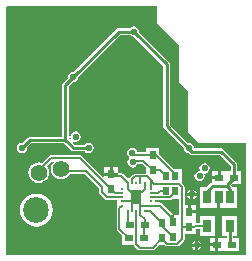
<source format=gbl>
%FSTAX24Y24*%
%MOIN*%
%SFA1B1*%

%IPPOS*%
%ADD11R,0.020000X0.025000*%
%ADD24R,0.025000X0.020000*%
%ADD26C,0.010000*%
%ADD28C,0.008000*%
%ADD29C,0.006000*%
%ADD32C,0.085320*%
%ADD33C,0.022000*%
%ADD34C,0.056000*%
%ADD35R,0.025590X0.043310*%
%ADD36R,0.033470X0.051180*%
%ADD37R,0.007870X0.005910*%
%ADD38R,0.005910X0.007870*%
%LNogs_headstage-1*%
%LPD*%
G36*
X0617Y02147D02*
X06172D01*
X06242Y02077*
Y01955*
X06272Y01925*
Y01787*
X063086Y017503*
X06466*
Y013784*
X064649Y01378*
X05667*
X05666Y01379*
Y022026*
X056701Y02207*
X0617*
Y02147*
G37*
%LNogs_headstage-2*%
%LPC*%
G36*
X064372Y015084D02*
X063876D01*
Y014411*
X064011*
Y01434*
X06397*
X063945*
X06394*
X063935*
X063909*
X06374*
Y014119*
Y0139*
X063935*
X063945*
X06397*
X064435*
Y01434*
X064236*
Y014411*
X064372*
Y015084*
G37*
G36*
X06364Y01434D02*
X063445D01*
Y01417*
X06364*
Y01434*
G37*
G36*
X06298Y015455D02*
X06281D01*
Y01526*
X06298*
Y015455*
G37*
G36*
X05767Y015821D02*
X057527Y015802D01*
X057394Y015747*
X05728Y015659*
X057192Y015545*
X057137Y015412*
X057118Y01527*
X057137Y015127*
X057192Y014994*
X05728Y01488*
X057394Y014792*
X057527Y014737*
X05767Y014718*
X057812Y014737*
X057945Y014792*
X058059Y01488*
X058147Y014994*
X058202Y015127*
X058221Y01527*
X058202Y015412*
X058147Y015545*
X058059Y015659*
X057945Y015747*
X057812Y015802*
X05767Y015821*
G37*
G36*
X06306Y014253D02*
Y01414D01*
X063173*
X06317Y014156*
X063132Y014212*
X063076Y01425*
X06306Y014253*
G37*
G36*
X06296Y01404D02*
X062846D01*
X062849Y014023*
X062887Y013967*
X062943Y013929*
X06296Y013926*
Y01404*
G37*
G36*
X06364Y01407D02*
X063445D01*
Y0139*
X06364*
Y01407*
G37*
G36*
X06296Y014253D02*
X062943Y01425D01*
X062887Y014212*
X062849Y014156*
X062846Y01414*
X06296*
Y014253*
G37*
G36*
X063173Y01404D02*
X06306D01*
Y013926*
X063076Y013929*
X063132Y013967*
X06317Y014023*
X063173Y01404*
G37*
G36*
X0628Y01574D02*
X062686D01*
X062689Y015723*
X062727Y015667*
X062783Y015629*
X0628Y015626*
Y01574*
G37*
G36*
X06371Y01657D02*
X063515D01*
Y0164*
X06371*
Y01657*
G37*
G36*
X06328Y016833D02*
X063213Y01682D01*
X063157Y016782*
X063119Y016726*
X063106Y01666*
X063119Y016593*
X063122Y01659*
X06311Y016573*
X063044Y01656*
X062988Y016522*
X06295Y016466*
X062937Y0164*
X06295Y016333*
X062988Y016277*
X063044Y016239*
X06311Y016226*
X063176Y016239*
X063233Y016277*
X06327Y016333*
X063283Y0164*
X06327Y016466*
X063268Y016469*
X06328Y016486*
X063346Y016499*
X063402Y016537*
X06344Y016593*
X063453Y01666*
X06344Y016726*
X063402Y016782*
X063346Y01682*
X06328Y016833*
G37*
G36*
X06011Y016715D02*
X05994D01*
Y01652*
X06011*
Y016715*
G37*
G36*
X06092Y021393D02*
X060853Y02138D01*
X060797Y021342*
X06079Y021332*
X06042*
Y021332*
X060377Y021323*
X06034Y021299*
X058912Y01987*
X0589Y019873*
X058833Y01986*
X058777Y019822*
X058739Y019766*
X058726Y0197*
X058729Y019687*
X05856Y019519*
X058536Y019482*
X058527Y01944*
Y017722*
X05746*
X057417Y017713*
X05738Y017689*
X057202Y01751*
X05719Y017513*
X057123Y0175*
X057067Y017462*
X057029Y017406*
X057016Y01734*
X057029Y017273*
X057067Y017217*
X057123Y017179*
X05719Y017166*
X057256Y017179*
X057312Y017217*
X05735Y017273*
X057363Y01734*
X05736Y017352*
X057506Y017497*
X058593*
X05883Y01726*
X058867Y017236*
X05891Y017227*
X05928*
X059287Y017217*
X059343Y017179*
X05941Y017166*
X059476Y017179*
X059532Y017217*
X05957Y017273*
X059583Y01734*
X05957Y017406*
X059532Y017462*
X059476Y0175*
X05941Y017513*
X059343Y0175*
X059287Y017462*
X05928Y017452*
X058956*
X058893Y017515*
X058917Y017559*
X05898Y017546*
X059046Y017559*
X059102Y017597*
X05914Y017653*
X059153Y01772*
X05914Y017786*
X059102Y017842*
X059046Y01788*
X05898Y017893*
X058913Y01788*
X058857Y017842*
X058819Y017786*
X058806Y01772*
X058819Y017657*
X058795Y017644*
X058752Y017669*
Y019393*
X058887Y019529*
X0589Y019526*
X058966Y019539*
X059022Y019577*
X05906Y019633*
X059073Y0197*
X05907Y019712*
X060466Y021107*
X06079*
X060797Y021097*
X060853Y021059*
X06092Y021046*
X060932Y021049*
X061897Y020083*
Y01807*
X061906Y018027*
X06193Y01799*
X062587Y017333*
X062586Y01733*
X062599Y017263*
X062637Y017207*
X062693Y017169*
X06276Y017156*
X062763Y017157*
X06278Y01714*
X062817Y017116*
X06286Y017107*
X063783*
X064147Y016743*
Y01657*
X064015*
X064005*
X06381*
Y016349*
X06376*
Y0163*
X063515*
Y016185*
X063507Y016183*
X06347Y016159*
X06334Y016029*
X063128*
Y015355*
X0637*
Y015692*
X0638*
Y015355*
X064372*
Y016029*
X064214*
X064203Y016045*
X064158Y01609*
X064198Y01613*
X064505*
Y01657*
X064372*
Y01679*
X064363Y016832*
X064339Y016869*
X063909Y017299*
X063872Y017323*
X06383Y017332*
X062932*
X06292Y017396*
X062882Y017452*
X062826Y01749*
X06276Y017503*
X062739Y017499*
X062122Y018116*
Y02013*
X062113Y020172*
X062089Y020209*
X06109Y021207*
X061093Y02122*
X06108Y021286*
X061042Y021342*
X060986Y02138*
X06092Y021393*
G37*
G36*
X06038Y016715D02*
X06021D01*
Y01652*
X06038*
Y016715*
G37*
G36*
X0628Y015953D02*
X062783Y01595D01*
X062727Y015912*
X062689Y015856*
X062686Y01584*
X0628*
Y015953*
G37*
G36*
X063013Y01574D02*
X0629D01*
Y015626*
X062916Y015629*
X062972Y015667*
X06301Y015723*
X063013Y01574*
G37*
G36*
X06087Y017353D02*
X060803Y01734D01*
X060747Y017302*
X060709Y017246*
X060696Y01718*
X060709Y017113*
X060747Y017057*
X060771Y017041*
Y016991*
X060757Y016982*
X060719Y016926*
X060706Y01686*
X060719Y016793*
X060757Y016737*
X060813Y016699*
X06088Y016686*
X060946Y016699*
X061002Y016737*
X06104Y016793*
X061045Y016818*
X061202*
X06133Y01669*
Y016481*
X06095*
X06092Y016475*
X060914Y016474*
X060885Y016454*
X060802Y016372*
X060783Y016342*
X06078Y016329*
X060718*
Y016169*
X06068*
Y016329*
X060714*
X060567Y016477*
X060534Y016499*
X060495Y016507*
X06038*
Y01642*
X05994*
Y016385*
X059893Y016366*
X059184Y017074*
X059155Y017094*
X05912Y017101*
X05816*
X058124Y017094*
X058095Y017074*
X057861Y016841*
X057838Y016851*
X05775Y016862*
X057661Y016851*
X057578Y016817*
X057507Y016762*
X057453Y016691*
X057418Y016608*
X057407Y01652*
X057418Y016431*
X057453Y016348*
X057507Y016277*
X057578Y016223*
X057661Y016188*
X05775Y016177*
X057838Y016188*
X057921Y016223*
X057992Y016277*
X058047Y016348*
X058081Y016431*
X058092Y01652*
X058081Y016608*
X058047Y016691*
X058014Y016734*
X058188Y016908*
X058237Y0169*
X05825Y016873*
X058203Y016811*
X058168Y016728*
X058157Y01664*
X058168Y016551*
X058203Y016468*
X058257Y016397*
X058328Y016343*
X058411Y016308*
X0585Y016297*
X058588Y016308*
X058671Y016343*
X058742Y016397*
X058797Y016468*
X058805Y016488*
X059282*
X059758Y016012*
Y01588*
X059765Y015844*
X059785Y015815*
X059967Y015632*
X059997Y015612*
X060032Y015605*
X060373*
Y015548*
Y01541*
Y015391*
X060355Y015363*
X060348Y015328*
Y01465*
X060355Y014614*
X060375Y014585*
X060515Y014445*
Y01411*
X060916*
X06092Y014089*
X06094Y014059*
X061045Y013955*
X061074Y013935*
X06111Y013928*
X06156*
X061562Y013928*
X061564Y013928*
X061579Y013932*
X061595Y013935*
X061597Y013936*
X061599Y013937*
X061611Y013946*
X061624Y013955*
X061626Y013957*
X061628Y013958*
X061751Y014095*
X061965*
X061972Y014088*
X062001Y014068*
X062037Y014061*
X062362*
X062398Y014068*
X062427Y014088*
X062584Y014245*
X062604Y014274*
X062611Y01431*
Y014465*
X06298*
Y014621*
X062984Y014625*
X063015Y014655*
X063128*
Y014411*
X063623*
Y015084*
X063128*
Y014839*
X06298*
Y014955*
Y014965*
Y01516*
X062759*
Y015209*
X06271*
Y015455*
X062611*
Y01604*
X062605Y016069*
X062604Y016075*
X062584Y016104*
X06251Y016179*
Y016645*
X062254*
X06177Y017129*
Y017345*
X06133*
Y017191*
X061041*
X06103Y017246*
X060992Y017302*
X060936Y01734*
X06087Y017353*
G37*
G36*
X0629Y015953D02*
Y01584D01*
X063013*
X06301Y015856*
X062972Y015912*
X062916Y01595*
X0629Y015953*
G37*
%LNogs_headstage-3*%
%LPD*%
G36*
X062428Y015115D02*
X06227D01*
Y014869*
X06217*
Y015115*
X062229*
X06185Y015494*
X061817Y015516*
X061778Y015523*
X061637*
Y015571*
Y015603*
X062117*
X062152Y01561*
X062182Y01563*
X062207Y015655*
X062428*
Y015115*
G37*
G54D11*
X06276Y01471D03*
Y01521D03*
X06155Y0166D03*
Y0171D03*
X06016Y01647D03*
Y01597D03*
X06185Y01484D03*
Y01434D03*
X06222Y01487D03*
Y01437D03*
X06198Y01641D03*
Y01591D03*
X06229Y0164D03*
Y0159D03*
G54D24*
X06369Y01412D03*
X06419D03*
X06376Y01635D03*
X06426D03*
X06076Y01433D03*
X06126D03*
X06078Y01476D03*
X06128D03*
G54D26*
X06201Y01807D02*
X06286Y01722D01*
X05746Y01761D02*
X05864D01*
X05719Y01734D02*
X05746Y01761D01*
X06383Y01722D02*
X06426Y01679D01*
X06286Y01722D02*
X06383D01*
X06092Y02122D02*
X06201Y02013D01*
Y01807D02*
Y02013D01*
X06042Y02122D02*
X06092D01*
X0589Y0197D02*
X06042Y02122D01*
X05864Y01761D02*
X05891Y01734D01*
X05864Y01761D02*
Y01944D01*
X0589Y0197*
X05891Y01734D02*
X05941D01*
X06401Y01608D02*
X064124Y015966D01*
X06401Y01608D02*
X06402D01*
X06355D02*
X06401D01*
X06402D02*
Y01611D01*
X06426Y01635*
Y01679*
X064124Y014186D02*
X06419Y01412D01*
X064124Y014186D02*
Y014747D01*
Y015692D02*
Y015966D01*
X063376Y015906D02*
X06355Y01608D01*
X063376Y015692D02*
Y015906D01*
G54D28*
X06222Y01487D02*
Y01498D01*
X061778Y015422D02*
X06222Y01498D01*
X061478Y015422D02*
X061778D01*
X063689Y014119D02*
X06369Y01412D01*
X06126Y01474D02*
X06128Y01476D01*
X06126Y01433D02*
Y01474D01*
X061143Y015422D02*
X061478D01*
X061143D02*
Y015559D01*
Y015225D02*
Y015422D01*
X06128Y01476D02*
Y01497D01*
X061143Y015106D02*
X06128Y01497D01*
X061143Y015106D02*
Y015225D01*
X061005Y015697D02*
X061143Y015559D01*
X06016Y01647D02*
X060225Y016405D01*
X060495*
X06073Y01617*
X061281Y015973D02*
Y01617D01*
X061005Y015697D02*
X061281Y015973D01*
X06073D02*
X061005Y015697D01*
X06073Y015973D02*
Y01617D01*
X060867Y015559D02*
X061005Y015697D01*
X060867Y015225D02*
Y015559D01*
X060533D02*
X060867D01*
G54D29*
X05912Y01701D02*
X06016Y01597D01*
X05773Y01658D02*
X05816Y01701D01*
X05912*
X0585Y01662D02*
Y01664D01*
X05846Y01658D02*
X0585Y01662D01*
X05773Y01652D02*
Y01658D01*
X05846D02*
X05932D01*
X05773Y01652D02*
X05775D01*
X06252Y01469D02*
X06292D01*
X062977Y014747*
X063376*
X06252Y01469D02*
Y01604D01*
Y01431D02*
Y01469D01*
X06241Y01615D02*
X06252Y01604D01*
X062362Y014152D02*
X06252Y01431D01*
X062037Y014152D02*
X062362D01*
X06185Y01434D02*
X062037Y014152D01*
X0616Y01615D02*
X06241D01*
X061478Y016272D02*
X0616Y01615D01*
X06229Y015867D02*
Y0159D01*
X062117Y015695D02*
X06229Y015867D01*
X06148Y015695D02*
X062117D01*
X06229Y0164D02*
Y01648D01*
X06167Y0171D02*
X06229Y01648D01*
X06155Y0171D02*
X06167D01*
X061281Y015225D02*
X061464D01*
X06185Y01484*
Y01474D02*
X06222Y01437D01*
X06185Y01474D02*
Y01484D01*
X05932Y01658D02*
X05985Y01605D01*
Y01588D02*
Y01605D01*
X06044Y015328D02*
X060533Y015422D01*
X06044Y01465D02*
Y015328D01*
Y01465D02*
X06076Y01433D01*
X06156Y01402D02*
X06185Y01434D01*
X06111Y01402D02*
X06156D01*
X061005Y014124D02*
X06111Y01402D01*
X061005Y014124D02*
Y015225D01*
X06073Y01481D02*
X06078Y01476D01*
X06073Y01481D02*
Y015225D01*
X05985Y01588D02*
X060032Y015697D01*
X060303*
X060294Y015706D02*
X060303Y015697D01*
X060533*
X061143Y016378D02*
X061155Y01639D01*
X06136*
X06095D02*
X061155D01*
X061143Y01617D02*
Y016378D01*
X060867Y01617D02*
Y016307D01*
X06095Y01639*
X06136D02*
X061478Y016272D01*
Y015973D02*
Y016272D01*
X06016Y01597D02*
X060294Y015835D01*
X060533*
X061478Y015697D02*
X06148Y015695D01*
X061478Y015835D02*
X061715D01*
X06179Y01591*
X06198*
X06091Y01683D02*
X06099Y01691D01*
X06179Y0166D02*
X06198Y01641D01*
X06155Y0166D02*
X06179D01*
X06124Y01691D02*
X06155Y0166D01*
X06099Y01691D02*
X06124D01*
X06095Y0171D02*
X06155D01*
G54D32*
X05767Y01527D03*
G54D33*
X05719Y01734D03*
X06285Y01579D03*
X06301Y01409D03*
X06311Y0164D03*
X06276Y01733D03*
X06328Y01666D03*
X05898Y01772D03*
X06092Y02122D03*
X06087Y01718D03*
X06088Y01686D03*
X0589Y0197D03*
X05941Y01734D03*
G54D34*
X0585Y01664D03*
X05775Y01652D03*
G54D35*
X063376Y015692D03*
X06375D03*
X064124D03*
Y014747D03*
X063376D03*
G54D36*
X061005Y015697D03*
G54D37*
X060533Y015973D03*
Y015835D03*
Y015697D03*
Y015559D03*
Y015422D03*
X061478D03*
Y015559D03*
Y015697D03*
Y015835D03*
Y015973D03*
G54D38*
X06073Y015225D03*
X060867D03*
X061005D03*
X061143D03*
X061281D03*
Y01617D03*
X061143D03*
X061005D03*
X060867D03*
X06073D03*
M02*
</source>
